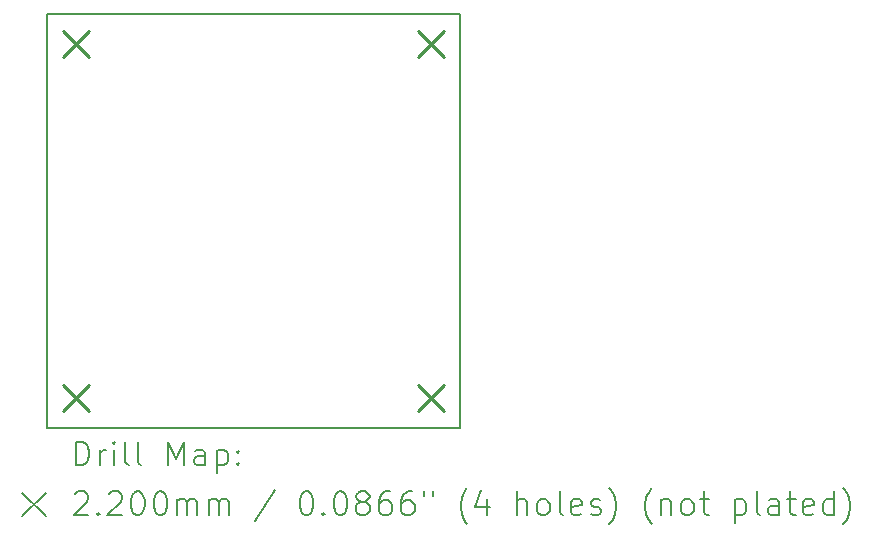
<source format=gbr>
%FSLAX45Y45*%
G04 Gerber Fmt 4.5, Leading zero omitted, Abs format (unit mm)*
G04 Created by KiCad (PCBNEW (6.0.6-0)) date 2023-01-17 17:26:09*
%MOMM*%
%LPD*%
G01*
G04 APERTURE LIST*
%TA.AperFunction,Profile*%
%ADD10C,0.200000*%
%TD*%
%ADD11C,0.200000*%
%ADD12C,0.220000*%
G04 APERTURE END LIST*
D10*
X13500000Y-8500000D02*
X10000000Y-8500000D01*
X10000000Y-12000000D02*
X13500000Y-12000000D01*
X10000000Y-8500000D02*
X10000000Y-12000000D01*
X13500000Y-12000000D02*
X13500000Y-8500000D01*
D11*
D12*
X10140000Y-8640000D02*
X10360000Y-8860000D01*
X10360000Y-8640000D02*
X10140000Y-8860000D01*
X10140000Y-11640000D02*
X10360000Y-11860000D01*
X10360000Y-11640000D02*
X10140000Y-11860000D01*
X13140000Y-8640000D02*
X13360000Y-8860000D01*
X13360000Y-8640000D02*
X13140000Y-8860000D01*
X13140000Y-11640000D02*
X13360000Y-11860000D01*
X13360000Y-11640000D02*
X13140000Y-11860000D01*
D11*
X10247619Y-12320476D02*
X10247619Y-12120476D01*
X10295238Y-12120476D01*
X10323810Y-12130000D01*
X10342857Y-12149048D01*
X10352381Y-12168095D01*
X10361905Y-12206190D01*
X10361905Y-12234762D01*
X10352381Y-12272857D01*
X10342857Y-12291905D01*
X10323810Y-12310952D01*
X10295238Y-12320476D01*
X10247619Y-12320476D01*
X10447619Y-12320476D02*
X10447619Y-12187143D01*
X10447619Y-12225238D02*
X10457143Y-12206190D01*
X10466667Y-12196667D01*
X10485714Y-12187143D01*
X10504762Y-12187143D01*
X10571429Y-12320476D02*
X10571429Y-12187143D01*
X10571429Y-12120476D02*
X10561905Y-12130000D01*
X10571429Y-12139524D01*
X10580952Y-12130000D01*
X10571429Y-12120476D01*
X10571429Y-12139524D01*
X10695238Y-12320476D02*
X10676190Y-12310952D01*
X10666667Y-12291905D01*
X10666667Y-12120476D01*
X10800000Y-12320476D02*
X10780952Y-12310952D01*
X10771429Y-12291905D01*
X10771429Y-12120476D01*
X11028571Y-12320476D02*
X11028571Y-12120476D01*
X11095238Y-12263333D01*
X11161905Y-12120476D01*
X11161905Y-12320476D01*
X11342857Y-12320476D02*
X11342857Y-12215714D01*
X11333333Y-12196667D01*
X11314286Y-12187143D01*
X11276190Y-12187143D01*
X11257143Y-12196667D01*
X11342857Y-12310952D02*
X11323809Y-12320476D01*
X11276190Y-12320476D01*
X11257143Y-12310952D01*
X11247619Y-12291905D01*
X11247619Y-12272857D01*
X11257143Y-12253809D01*
X11276190Y-12244286D01*
X11323809Y-12244286D01*
X11342857Y-12234762D01*
X11438095Y-12187143D02*
X11438095Y-12387143D01*
X11438095Y-12196667D02*
X11457143Y-12187143D01*
X11495238Y-12187143D01*
X11514286Y-12196667D01*
X11523809Y-12206190D01*
X11533333Y-12225238D01*
X11533333Y-12282381D01*
X11523809Y-12301428D01*
X11514286Y-12310952D01*
X11495238Y-12320476D01*
X11457143Y-12320476D01*
X11438095Y-12310952D01*
X11619048Y-12301428D02*
X11628571Y-12310952D01*
X11619048Y-12320476D01*
X11609524Y-12310952D01*
X11619048Y-12301428D01*
X11619048Y-12320476D01*
X11619048Y-12196667D02*
X11628571Y-12206190D01*
X11619048Y-12215714D01*
X11609524Y-12206190D01*
X11619048Y-12196667D01*
X11619048Y-12215714D01*
X9790000Y-12550000D02*
X9990000Y-12750000D01*
X9990000Y-12550000D02*
X9790000Y-12750000D01*
X10238095Y-12559524D02*
X10247619Y-12550000D01*
X10266667Y-12540476D01*
X10314286Y-12540476D01*
X10333333Y-12550000D01*
X10342857Y-12559524D01*
X10352381Y-12578571D01*
X10352381Y-12597619D01*
X10342857Y-12626190D01*
X10228571Y-12740476D01*
X10352381Y-12740476D01*
X10438095Y-12721428D02*
X10447619Y-12730952D01*
X10438095Y-12740476D01*
X10428571Y-12730952D01*
X10438095Y-12721428D01*
X10438095Y-12740476D01*
X10523810Y-12559524D02*
X10533333Y-12550000D01*
X10552381Y-12540476D01*
X10600000Y-12540476D01*
X10619048Y-12550000D01*
X10628571Y-12559524D01*
X10638095Y-12578571D01*
X10638095Y-12597619D01*
X10628571Y-12626190D01*
X10514286Y-12740476D01*
X10638095Y-12740476D01*
X10761905Y-12540476D02*
X10780952Y-12540476D01*
X10800000Y-12550000D01*
X10809524Y-12559524D01*
X10819048Y-12578571D01*
X10828571Y-12616667D01*
X10828571Y-12664286D01*
X10819048Y-12702381D01*
X10809524Y-12721428D01*
X10800000Y-12730952D01*
X10780952Y-12740476D01*
X10761905Y-12740476D01*
X10742857Y-12730952D01*
X10733333Y-12721428D01*
X10723810Y-12702381D01*
X10714286Y-12664286D01*
X10714286Y-12616667D01*
X10723810Y-12578571D01*
X10733333Y-12559524D01*
X10742857Y-12550000D01*
X10761905Y-12540476D01*
X10952381Y-12540476D02*
X10971429Y-12540476D01*
X10990476Y-12550000D01*
X11000000Y-12559524D01*
X11009524Y-12578571D01*
X11019048Y-12616667D01*
X11019048Y-12664286D01*
X11009524Y-12702381D01*
X11000000Y-12721428D01*
X10990476Y-12730952D01*
X10971429Y-12740476D01*
X10952381Y-12740476D01*
X10933333Y-12730952D01*
X10923810Y-12721428D01*
X10914286Y-12702381D01*
X10904762Y-12664286D01*
X10904762Y-12616667D01*
X10914286Y-12578571D01*
X10923810Y-12559524D01*
X10933333Y-12550000D01*
X10952381Y-12540476D01*
X11104762Y-12740476D02*
X11104762Y-12607143D01*
X11104762Y-12626190D02*
X11114286Y-12616667D01*
X11133333Y-12607143D01*
X11161905Y-12607143D01*
X11180952Y-12616667D01*
X11190476Y-12635714D01*
X11190476Y-12740476D01*
X11190476Y-12635714D02*
X11200000Y-12616667D01*
X11219048Y-12607143D01*
X11247619Y-12607143D01*
X11266667Y-12616667D01*
X11276190Y-12635714D01*
X11276190Y-12740476D01*
X11371428Y-12740476D02*
X11371428Y-12607143D01*
X11371428Y-12626190D02*
X11380952Y-12616667D01*
X11400000Y-12607143D01*
X11428571Y-12607143D01*
X11447619Y-12616667D01*
X11457143Y-12635714D01*
X11457143Y-12740476D01*
X11457143Y-12635714D02*
X11466667Y-12616667D01*
X11485714Y-12607143D01*
X11514286Y-12607143D01*
X11533333Y-12616667D01*
X11542857Y-12635714D01*
X11542857Y-12740476D01*
X11933333Y-12530952D02*
X11761905Y-12788095D01*
X12190476Y-12540476D02*
X12209524Y-12540476D01*
X12228571Y-12550000D01*
X12238095Y-12559524D01*
X12247619Y-12578571D01*
X12257143Y-12616667D01*
X12257143Y-12664286D01*
X12247619Y-12702381D01*
X12238095Y-12721428D01*
X12228571Y-12730952D01*
X12209524Y-12740476D01*
X12190476Y-12740476D01*
X12171428Y-12730952D01*
X12161905Y-12721428D01*
X12152381Y-12702381D01*
X12142857Y-12664286D01*
X12142857Y-12616667D01*
X12152381Y-12578571D01*
X12161905Y-12559524D01*
X12171428Y-12550000D01*
X12190476Y-12540476D01*
X12342857Y-12721428D02*
X12352381Y-12730952D01*
X12342857Y-12740476D01*
X12333333Y-12730952D01*
X12342857Y-12721428D01*
X12342857Y-12740476D01*
X12476190Y-12540476D02*
X12495238Y-12540476D01*
X12514286Y-12550000D01*
X12523809Y-12559524D01*
X12533333Y-12578571D01*
X12542857Y-12616667D01*
X12542857Y-12664286D01*
X12533333Y-12702381D01*
X12523809Y-12721428D01*
X12514286Y-12730952D01*
X12495238Y-12740476D01*
X12476190Y-12740476D01*
X12457143Y-12730952D01*
X12447619Y-12721428D01*
X12438095Y-12702381D01*
X12428571Y-12664286D01*
X12428571Y-12616667D01*
X12438095Y-12578571D01*
X12447619Y-12559524D01*
X12457143Y-12550000D01*
X12476190Y-12540476D01*
X12657143Y-12626190D02*
X12638095Y-12616667D01*
X12628571Y-12607143D01*
X12619048Y-12588095D01*
X12619048Y-12578571D01*
X12628571Y-12559524D01*
X12638095Y-12550000D01*
X12657143Y-12540476D01*
X12695238Y-12540476D01*
X12714286Y-12550000D01*
X12723809Y-12559524D01*
X12733333Y-12578571D01*
X12733333Y-12588095D01*
X12723809Y-12607143D01*
X12714286Y-12616667D01*
X12695238Y-12626190D01*
X12657143Y-12626190D01*
X12638095Y-12635714D01*
X12628571Y-12645238D01*
X12619048Y-12664286D01*
X12619048Y-12702381D01*
X12628571Y-12721428D01*
X12638095Y-12730952D01*
X12657143Y-12740476D01*
X12695238Y-12740476D01*
X12714286Y-12730952D01*
X12723809Y-12721428D01*
X12733333Y-12702381D01*
X12733333Y-12664286D01*
X12723809Y-12645238D01*
X12714286Y-12635714D01*
X12695238Y-12626190D01*
X12904762Y-12540476D02*
X12866667Y-12540476D01*
X12847619Y-12550000D01*
X12838095Y-12559524D01*
X12819048Y-12588095D01*
X12809524Y-12626190D01*
X12809524Y-12702381D01*
X12819048Y-12721428D01*
X12828571Y-12730952D01*
X12847619Y-12740476D01*
X12885714Y-12740476D01*
X12904762Y-12730952D01*
X12914286Y-12721428D01*
X12923809Y-12702381D01*
X12923809Y-12654762D01*
X12914286Y-12635714D01*
X12904762Y-12626190D01*
X12885714Y-12616667D01*
X12847619Y-12616667D01*
X12828571Y-12626190D01*
X12819048Y-12635714D01*
X12809524Y-12654762D01*
X13095238Y-12540476D02*
X13057143Y-12540476D01*
X13038095Y-12550000D01*
X13028571Y-12559524D01*
X13009524Y-12588095D01*
X13000000Y-12626190D01*
X13000000Y-12702381D01*
X13009524Y-12721428D01*
X13019048Y-12730952D01*
X13038095Y-12740476D01*
X13076190Y-12740476D01*
X13095238Y-12730952D01*
X13104762Y-12721428D01*
X13114286Y-12702381D01*
X13114286Y-12654762D01*
X13104762Y-12635714D01*
X13095238Y-12626190D01*
X13076190Y-12616667D01*
X13038095Y-12616667D01*
X13019048Y-12626190D01*
X13009524Y-12635714D01*
X13000000Y-12654762D01*
X13190476Y-12540476D02*
X13190476Y-12578571D01*
X13266667Y-12540476D02*
X13266667Y-12578571D01*
X13561905Y-12816667D02*
X13552381Y-12807143D01*
X13533333Y-12778571D01*
X13523809Y-12759524D01*
X13514286Y-12730952D01*
X13504762Y-12683333D01*
X13504762Y-12645238D01*
X13514286Y-12597619D01*
X13523809Y-12569048D01*
X13533333Y-12550000D01*
X13552381Y-12521428D01*
X13561905Y-12511905D01*
X13723809Y-12607143D02*
X13723809Y-12740476D01*
X13676190Y-12530952D02*
X13628571Y-12673809D01*
X13752381Y-12673809D01*
X13980952Y-12740476D02*
X13980952Y-12540476D01*
X14066667Y-12740476D02*
X14066667Y-12635714D01*
X14057143Y-12616667D01*
X14038095Y-12607143D01*
X14009524Y-12607143D01*
X13990476Y-12616667D01*
X13980952Y-12626190D01*
X14190476Y-12740476D02*
X14171428Y-12730952D01*
X14161905Y-12721428D01*
X14152381Y-12702381D01*
X14152381Y-12645238D01*
X14161905Y-12626190D01*
X14171428Y-12616667D01*
X14190476Y-12607143D01*
X14219048Y-12607143D01*
X14238095Y-12616667D01*
X14247619Y-12626190D01*
X14257143Y-12645238D01*
X14257143Y-12702381D01*
X14247619Y-12721428D01*
X14238095Y-12730952D01*
X14219048Y-12740476D01*
X14190476Y-12740476D01*
X14371428Y-12740476D02*
X14352381Y-12730952D01*
X14342857Y-12711905D01*
X14342857Y-12540476D01*
X14523809Y-12730952D02*
X14504762Y-12740476D01*
X14466667Y-12740476D01*
X14447619Y-12730952D01*
X14438095Y-12711905D01*
X14438095Y-12635714D01*
X14447619Y-12616667D01*
X14466667Y-12607143D01*
X14504762Y-12607143D01*
X14523809Y-12616667D01*
X14533333Y-12635714D01*
X14533333Y-12654762D01*
X14438095Y-12673809D01*
X14609524Y-12730952D02*
X14628571Y-12740476D01*
X14666667Y-12740476D01*
X14685714Y-12730952D01*
X14695238Y-12711905D01*
X14695238Y-12702381D01*
X14685714Y-12683333D01*
X14666667Y-12673809D01*
X14638095Y-12673809D01*
X14619048Y-12664286D01*
X14609524Y-12645238D01*
X14609524Y-12635714D01*
X14619048Y-12616667D01*
X14638095Y-12607143D01*
X14666667Y-12607143D01*
X14685714Y-12616667D01*
X14761905Y-12816667D02*
X14771428Y-12807143D01*
X14790476Y-12778571D01*
X14800000Y-12759524D01*
X14809524Y-12730952D01*
X14819048Y-12683333D01*
X14819048Y-12645238D01*
X14809524Y-12597619D01*
X14800000Y-12569048D01*
X14790476Y-12550000D01*
X14771428Y-12521428D01*
X14761905Y-12511905D01*
X15123809Y-12816667D02*
X15114286Y-12807143D01*
X15095238Y-12778571D01*
X15085714Y-12759524D01*
X15076190Y-12730952D01*
X15066667Y-12683333D01*
X15066667Y-12645238D01*
X15076190Y-12597619D01*
X15085714Y-12569048D01*
X15095238Y-12550000D01*
X15114286Y-12521428D01*
X15123809Y-12511905D01*
X15200000Y-12607143D02*
X15200000Y-12740476D01*
X15200000Y-12626190D02*
X15209524Y-12616667D01*
X15228571Y-12607143D01*
X15257143Y-12607143D01*
X15276190Y-12616667D01*
X15285714Y-12635714D01*
X15285714Y-12740476D01*
X15409524Y-12740476D02*
X15390476Y-12730952D01*
X15380952Y-12721428D01*
X15371428Y-12702381D01*
X15371428Y-12645238D01*
X15380952Y-12626190D01*
X15390476Y-12616667D01*
X15409524Y-12607143D01*
X15438095Y-12607143D01*
X15457143Y-12616667D01*
X15466667Y-12626190D01*
X15476190Y-12645238D01*
X15476190Y-12702381D01*
X15466667Y-12721428D01*
X15457143Y-12730952D01*
X15438095Y-12740476D01*
X15409524Y-12740476D01*
X15533333Y-12607143D02*
X15609524Y-12607143D01*
X15561905Y-12540476D02*
X15561905Y-12711905D01*
X15571428Y-12730952D01*
X15590476Y-12740476D01*
X15609524Y-12740476D01*
X15828571Y-12607143D02*
X15828571Y-12807143D01*
X15828571Y-12616667D02*
X15847619Y-12607143D01*
X15885714Y-12607143D01*
X15904762Y-12616667D01*
X15914286Y-12626190D01*
X15923809Y-12645238D01*
X15923809Y-12702381D01*
X15914286Y-12721428D01*
X15904762Y-12730952D01*
X15885714Y-12740476D01*
X15847619Y-12740476D01*
X15828571Y-12730952D01*
X16038095Y-12740476D02*
X16019048Y-12730952D01*
X16009524Y-12711905D01*
X16009524Y-12540476D01*
X16200000Y-12740476D02*
X16200000Y-12635714D01*
X16190476Y-12616667D01*
X16171428Y-12607143D01*
X16133333Y-12607143D01*
X16114286Y-12616667D01*
X16200000Y-12730952D02*
X16180952Y-12740476D01*
X16133333Y-12740476D01*
X16114286Y-12730952D01*
X16104762Y-12711905D01*
X16104762Y-12692857D01*
X16114286Y-12673809D01*
X16133333Y-12664286D01*
X16180952Y-12664286D01*
X16200000Y-12654762D01*
X16266667Y-12607143D02*
X16342857Y-12607143D01*
X16295238Y-12540476D02*
X16295238Y-12711905D01*
X16304762Y-12730952D01*
X16323809Y-12740476D01*
X16342857Y-12740476D01*
X16485714Y-12730952D02*
X16466667Y-12740476D01*
X16428571Y-12740476D01*
X16409524Y-12730952D01*
X16400000Y-12711905D01*
X16400000Y-12635714D01*
X16409524Y-12616667D01*
X16428571Y-12607143D01*
X16466667Y-12607143D01*
X16485714Y-12616667D01*
X16495238Y-12635714D01*
X16495238Y-12654762D01*
X16400000Y-12673809D01*
X16666667Y-12740476D02*
X16666667Y-12540476D01*
X16666667Y-12730952D02*
X16647619Y-12740476D01*
X16609524Y-12740476D01*
X16590476Y-12730952D01*
X16580952Y-12721428D01*
X16571428Y-12702381D01*
X16571428Y-12645238D01*
X16580952Y-12626190D01*
X16590476Y-12616667D01*
X16609524Y-12607143D01*
X16647619Y-12607143D01*
X16666667Y-12616667D01*
X16742857Y-12816667D02*
X16752381Y-12807143D01*
X16771428Y-12778571D01*
X16780952Y-12759524D01*
X16790476Y-12730952D01*
X16800000Y-12683333D01*
X16800000Y-12645238D01*
X16790476Y-12597619D01*
X16780952Y-12569048D01*
X16771428Y-12550000D01*
X16752381Y-12521428D01*
X16742857Y-12511905D01*
M02*

</source>
